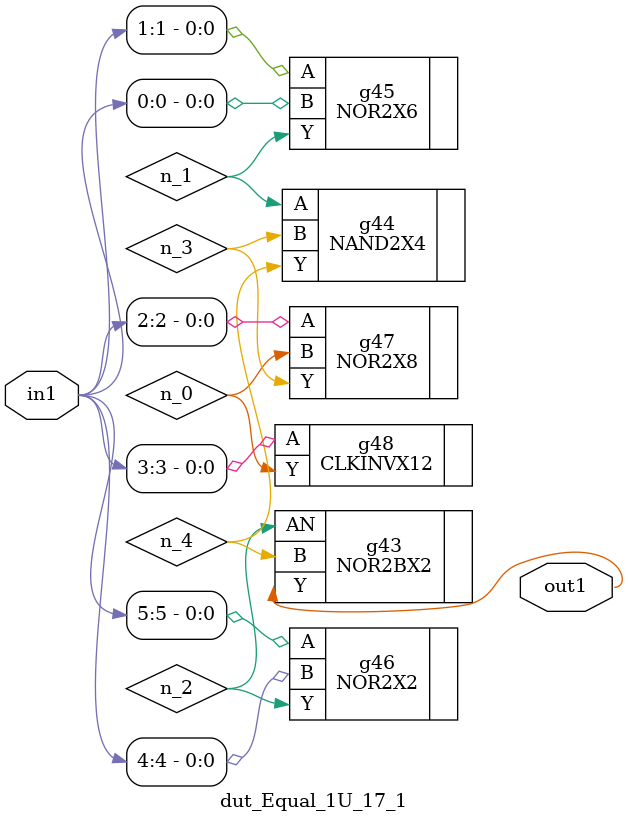
<source format=v>
`timescale 1ps / 1ps


module dut_Equal_1U_17_1(in1, out1);
  input [5:0] in1;
  output out1;
  wire [5:0] in1;
  wire out1;
  wire n_0, n_1, n_2, n_3, n_4;
  NOR2BX2 g43(.AN (n_2), .B (n_4), .Y (out1));
  NAND2X4 g44(.A (n_1), .B (n_3), .Y (n_4));
  NOR2X8 g47(.A (in1[2]), .B (n_0), .Y (n_3));
  NOR2X2 g46(.A (in1[5]), .B (in1[4]), .Y (n_2));
  NOR2X6 g45(.A (in1[1]), .B (in1[0]), .Y (n_1));
  CLKINVX12 g48(.A (in1[3]), .Y (n_0));
endmodule



</source>
